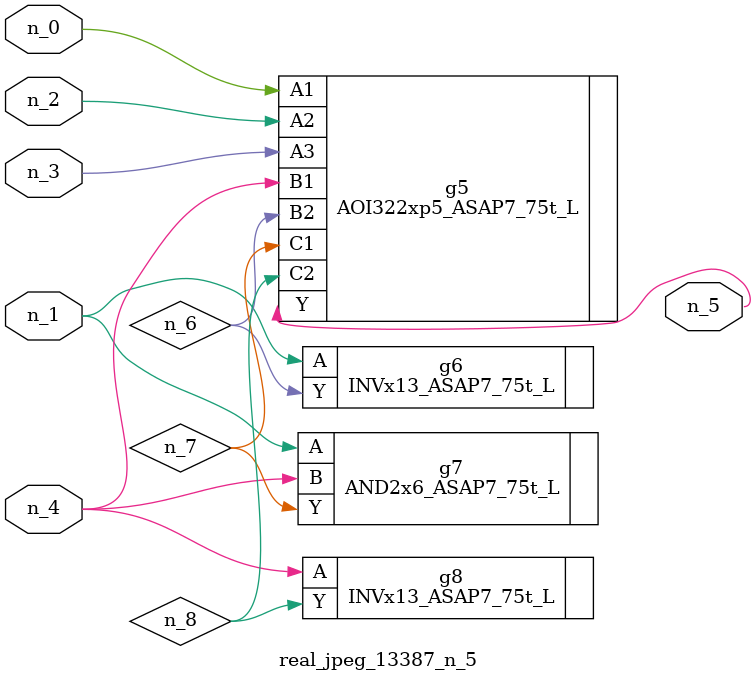
<source format=v>
module real_jpeg_13387_n_5 (n_4, n_0, n_1, n_2, n_3, n_5);

input n_4;
input n_0;
input n_1;
input n_2;
input n_3;

output n_5;

wire n_8;
wire n_6;
wire n_7;

AOI322xp5_ASAP7_75t_L g5 ( 
.A1(n_0),
.A2(n_2),
.A3(n_3),
.B1(n_4),
.B2(n_6),
.C1(n_7),
.C2(n_8),
.Y(n_5)
);

INVx13_ASAP7_75t_L g6 ( 
.A(n_1),
.Y(n_6)
);

AND2x6_ASAP7_75t_L g7 ( 
.A(n_1),
.B(n_4),
.Y(n_7)
);

INVx13_ASAP7_75t_L g8 ( 
.A(n_4),
.Y(n_8)
);


endmodule
</source>
